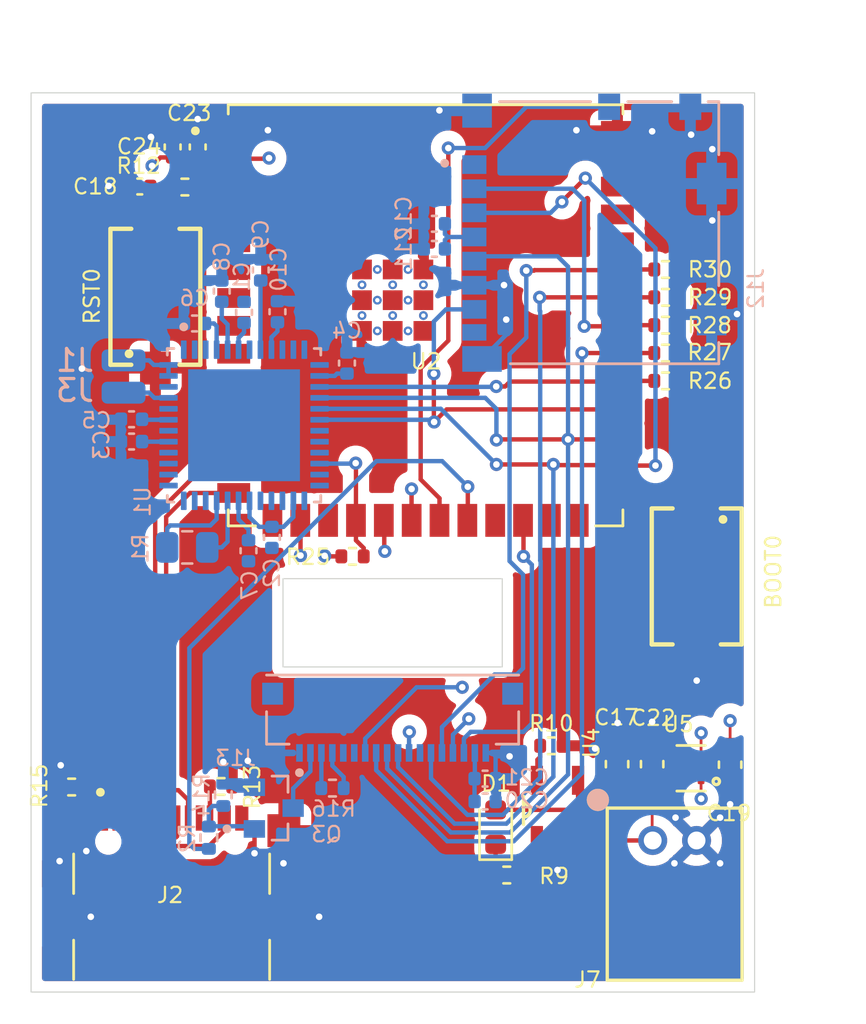
<source format=kicad_pcb>
(kicad_pcb (version 20241229) (generator "pcbnew") (generator_version "9.0")
  (layers (0 "F.Cu" signal) (4 "In1.Cu" signal) (6 "In2.Cu" signal) (2 "B.Cu" signal) (13 "F.Paste" user) (15 "B.Paste" user) (5 "F.SilkS" user "F.Silkscreen") (7 "B.SilkS" user "B.Silkscreen") (1 "F.Mask" user) (3 "B.Mask" user) (25 "Edge.Cuts" user))
  (net 0 "")
  (net 1 "GND")
  (net 2 "/BOOT")
  (net 3 "/DVDD.1V8")
  (net 4 "/REF.1V8")
  (net 5 "/REF.2V5")
  (net 6 "/BIAS.CAP")
  (net 7 "/AVDD.REG")
  (net 8 "/BIAS.0")
  (net 9 "/ZERO.0")
  (net 10 "+3V3")
  (net 11 "+BATT")
  (net 12 "/MCU.RST")
  (net 13 "Net-(D1-K)")
  (net 14 "+5V")
  (net 15 "/WE")
  (net 16 "/RE")
  (net 17 "Net-(J2-CC1)")
  (net 18 "/DATA+")
  (net 20 "/DATA-")
  (net 22 "Net-(J2-CC2)")
  (net 23 "/MISO")
  (net 24 "/CS.SD")
  (net 26 "/SW1")
  (net 27 "/SCLK")
  (net 29 "/MOSI")
  (net 30 "/DC")
  (net 31 "/CTP_SDA")
  (net 32 "Net-(J13-Pad3)")
  (net 33 "/CTP_SCL")
  (net 34 "/SCREEN.RST")
  (net 35 "/K")
  (net 36 "/CS.SCREEN")
  (net 37 "/CTP_INT")
  (net 38 "/CTP_RST")
  (net 39 "Net-(Q3-Pad1)")
  (net 40 "Net-(U1-RCAL1)")
  (net 41 "Net-(U1-RCAL0)")
  (net 42 "/ESP.PWM")
  (net 43 "Net-(U4-STAT)")
  (net 44 "Net-(U4-PROG)")
  (net 45 "/CS.AFE")
  (net 46 "/AFE.RST")
  (footprint "Capacitor_SMD:C_0402_1005Metric" (layer "F.Cu") (at 115.697 89.662 90)
    (property "Reference" "C24")
    (property "Value" "1uF")
  )
  (footprint "Resistor_SMD:R_0402_1005Metric" (layer "F.Cu") (at 138.176 99.06)
    (property "Reference" "R27")
    (property "Value" "4.7k")
  )
  (footprint "Resistor_SMD:R_0402_1005Metric" (layer "F.Cu") (at 138.176 100.33)
    (property "Reference" "R26")
    (property "Value" "4.7k")
  )
  (footprint "NCP186AMX330TAG:PSON40P160X120X45-9N" (layer "F.Cu") (at 139.3422 117.9926 180)
    (property "Reference" "U5")
    (property "Value" "NCP186AMX330TAG")
  )
  (footprint "Resistor_SMD:R_0402_1005Metric" (layer "F.Cu") (at 138.176 96.52)
    (property "Reference" "R29")
    (property "Value" "4.7k")
  )
  (footprint "Capacitor_SMD:C_0603_1608Metric" (layer "F.Cu") (at 137.5664 117.8052 90)
    (property "Reference" "C22")
    (property "Value" "1uF")
  )
  (footprint "LED_SMD:LED_0603_1608Metric" (layer "F.Cu") (at 130.429 120.6754 90)
    (property "Reference" "D1")
    (property "Value" "LED")
  )
  (footprint "Capacitor_SMD:C_0603_1608Metric" (layer "F.Cu") (at 141.1224 117.8306 -90)
    (property "Reference" "C19")
    (property "Value" "1uF")
  )
  (footprint "Resistor_SMD:R_0402_1005Metric" (layer "F.Cu") (at 123.9012 108.331 180)
    (property "Reference" "R25")
    (property "Value" "10k")
  )
  (footprint "Resistor_SMD:R_0402_1005Metric" (layer "F.Cu") (at 138.176 97.79)
    (property "Reference" "R28")
    (property "Value" "4.7k")
  )
  (footprint "Capacitor_SMD:C_0402_1005Metric" (layer "F.Cu") (at 114.1984 91.4654 180)
    (property "Reference" "C18")
    (property "Value" "10uF")
  )
  (footprint "Resistor_SMD:R_0402_1005Metric" (layer "F.Cu") (at 130.937 122.8598)
    (property "Reference" "R9")
    (property "Value" "4.7k")
  )
  (footprint "Capacitor_SMD:C_0402_1005Metric" (layer "F.Cu") (at 116.84 89.662 90)
    (property "Reference" "C23")
    (property "Value" "1uF")
  )
  (footprint "434121025816:434121025816" (layer "F.Cu") (at 114.9096 96.4946 90)
    (property "Reference" "RST0")
    (property "Value" "B3U-1100PM")
  )
  (footprint "ESP32_S3_WROOM_1U_N16R8:XCVR_ESP32-S3-WROOM-1U-N16R8" (layer "F.Cu") (at 127.233 97.34)
    (property "Reference" "U2")
    (property "Value" "ESP32-S3-WROOM-1U-N16R8")
  )
  (footprint "Resistor_SMD:R_0402_1005Metric" (layer "F.Cu") (at 138.176 95.25)
    (property "Reference" "R30")
    (property "Value" "4.7k")
  )
  (footprint "Resistor_SMD:R_0402_1005Metric" (layer "F.Cu") (at 111.091364 118.8478 180)
    (property "Reference" "R15")
    (property "Value" "5.1k")
  )
  (footprint "434121025816:434121025816" (layer "F.Cu") (at 139.5984 109.2454 -90)
    (property "Reference" "BOOT0")
    (property "Value" "B3U-1100PM")
  )
  (footprint "Resistor_SMD:R_0402_1005Metric" (layer "F.Cu") (at 117.906364 118.8224)
    (property "Reference" "R13")
    (property "Value" "5.1k")
  )
  (footprint "MCP73831T-2DCI_OT:SOT95P270X145-5N" (layer "F.Cu") (at 133.2484 119.9134 90)
    (property "Reference" "U4")
    (property "Value" "MCP73831T-2DCI_OT")
  )
  (footprint "GSB1C41110SSHR:AMPHENOL_GSB1C41110SSHR" (layer "F.Cu") (at 115.651364 123.942)
    (property "Reference" "J2")
    (property "Value" "GSB1C41110SSHR")
  )
  (footprint "Resistor_SMD:R_0402_1005Metric" (layer "F.Cu") (at 132.969 116.967 180)
    (property "Reference" "R10")
    (property "Value" "4.7k")
  )
  (footprint "Capacitor_SMD:C_0603_1608Metric" (layer "F.Cu") (at 135.9662 117.8052 90)
    (property "Reference" "C17")
    (property "Value" "10uF")
  )
  (footprint "S2B_PH_K_S_LF__SN_:CONN_S2B-PH-K-S_JST" (layer "F.Cu") (at 137.5918 121.285)
    (property "Reference" "J7")
    (property "Value" "Conn_01x02_Socket")
  )
  (footprint "Resistor_SMD:R_0402_1005Metric" (layer "F.Cu") (at 116.2558 91.4908)
    (property "Reference" "R12")
    (property "Value" "10k")
  )
  (footprint "Resistor_SMD:R_0402_1005Metric" (layer "B.Cu") (at 118.0084 119.2032 90)
    (property "Reference" "R14")
    (property "Value" "100k")
  )
  (footprint "Capacitor_SMD:C_0402_1005Metric" (layer "B.Cu") (at 113.8228 102.0801 180)
    (property "Reference" "C5")
    (property "Value" "4.7u")
  )
  (footprint "Connector_Wire:SolderWirePad_1x01_SMD_1x2mm" (layer "B.Cu") (at 113.4578 99.3942 90)
    (property "Reference" "J1")
    (property "Value" "Conn_01x01_Socket")
  )
  (footprint "Capacitor_SMD:C_0402_1005Metric" (layer "B.Cu") (at 118.9536 97.2033 90)
    (property "Reference" "C1")
    (property "Value" "100n")
  )
  (footprint "Capacitor_SMD:C_0402_1005Metric" (layer "B.Cu") (at 119.1568 108.0745 -90)
    (property "Reference" "C7")
    (property "Value" "470n")
  )
  (footprint "AD5941BCPZ:QFN50P700X700X80-49N" (layer "B.Cu") (at 118.9536 102.3526 -90)
    (property "Reference" "U1")
    (property "Value" "AD5941BCPZ")
  )
  (footprint "Capacitor_SMD:C_0402_1005Metric" (layer "B.Cu") (at 123.6472 99.5172 90)
    (property "Reference" "C4")
    (property "Value" "470n")
  )
  (footprint "Capacitor_SMD:C_0402_1005Metric" (layer "B.Cu") (at 119.7156 95.2729 90)
    (property "Reference" "C9")
    (property "Value" "100n")
  )
  (footprint "Connector_Wire:SolderWirePad_1x01_SMD_1x2mm" (layer "B.Cu") (at 113.4578 100.8674 90)
    (property "Reference" "J3")
    (property "Value" "Conn_01x01_Socket")
  )
  (footprint "Resistor_SMD:R_0402_1005Metric" (layer "B.Cu") (at 122.9868 118.8974 180)
    (property "Reference" "R16")
    (property "Value" "10R")
  )
  (footprint "IRLML6344TRPBF:TRANS_IRLML6344TRPBF" (layer "B.Cu") (at 120.3087 119.8088)
    (property "Reference" "Q3")
    (property "Value" "IRLML6344TRPBF")
  )
  (footprint "104031-0811:MOLEX_104031-0811" (layer "B.Cu") (at 134.9072 93.5736 90)
    (property "Reference" "J12")
    (property "Value" "104031-0811")
  )
  (footprint "Resistor_SMD:R_0402_1005Metric" (layer "B.Cu") (at 117.348 121.158 90)
    (property "Reference" "R2")
    (property "Value" "100R")
  )
  (footprint "Capacitor_SMD:C_0402_1005Metric" (layer "B.Cu") (at 127.6342 93.1676 180)
    (property "Reference" "C12")
    (property "Value" "100nF")
  )
  (footprint "Capacitor_SMD:C_0402_1005Metric" (layer "B.Cu") (at 127.6342 94.3106 180)
    (property "Reference" "C11")
    (property "Value" "10uF")
  )
  (footprint "Capacitor_SMD:C_0402_1005Metric" (layer "B.Cu") (at 113.8228 103.0961 180)
    (property "Reference" "C3")
    (property "Value" "100n")
  )
  (footprint "Capacitor_SMD:C_0402_1005Metric" (layer "B.Cu") (at 120.2236 107.4649 -90)
    (property "Reference" "C2")
    (property "Value" "100n")
  )
  (footprint "10051922-1810ELF:AMPHENOL_10051922-1810ELF" (layer "B.Cu") (at 125.73 115.443)
    (property "Reference" "J13")
    (property "Value" "10051922-1810ELF")
  )
  (footprint "Capacitor_SMD:C_0402_1005Metric" (layer "B.Cu") (at 129.9464 118.4656)
    (property "Reference" "C21")
    (property "Value" "0.1uF")
  )
  (footprint "Resistor_SMD:R_0805_2012Metric" (layer "B.Cu") (at 116.3628 107.9221 180)
    (property "Reference" "R1")
    (property "Value" "10k")
  )
  (footprint "Capacitor_SMD:C_0402_1005Metric" (layer "B.Cu") (at 116.6956 97.7113 180)
    (property "Reference" "C6")
    (property "Value" "470n")
  )
  (footprint "Capacitor_SMD:C_0402_1005Metric" (layer "B.Cu") (at 120.4776 97.1753 90)
    (property "Reference" "C10")
    (property "Value" "100n")
  )
  (footprint "Capacitor_SMD:C_0402_1005Metric" (layer "B.Cu") (at 117.9376 96.2381 90)
    (property "Reference" "C8")
    (property "Value" "470n")
  )
  (footprint "Capacitor_SMD:C_0402_1005Metric" (layer "B.Cu") (at 129.949 119.507)
    (property "Reference" "C20")
    (property "Value" "4.7uF")
  )
  (gr_rect (start 120.73 109.347) (end 130.73 113.3724) (stroke (width 0.05)) (fill no) (layer "Edge.Cuts"))
  (gr_rect (start 109.24 87.196) (end 142.24 128.196) (stroke (width 0.05)) (fill no) (layer "Edge.Cuts"))
  (segment (start 116.8426 89.1794) (end 116.84 89.182) (width 0.2) (layer "F.Cu") (net 1))
  (segment (start 137.5664 117.0302) (end 137.5664 115.8748) (width 0.127) (layer "F.Cu") (net 1))
  (segment (start 122.375 124.767) (end 122.3772 124.7648) (width 0.2) (layer "F.Cu") (net 1))
  (segment (start 133.2484 121.285) (end 133.2484 122.6312) (width 0.2) (layer "F.Cu") (net 1))
  (segment (start 110.531364 120.837) (end 110.531364 122.215364) (width 0.2) (layer "F.Cu") (net 1))
  (segment (start 139.6238 121.285) (end 140.6652 122.3264) (width 0.2) (layer "F.Cu") (net 1))
  (segment (start 117.2718 89.1794) (end 116.8426 89.1794) (width 0.2) (layer "F.Cu") (net 1))
  (segment (start 114.883 99.7712) (end 111.5568 99.7712) (width 0.2) (layer "F.Cu") (net 1))
  (segment (start 139.591801 121.202201) (end 138.6332 120.2436) (width 0.2) (layer "F.Cu") (net 1))
  (segment (start 138.163 117.0302) (end 137.5664 117.0302) (width 0.127) (layer "F.Cu") (net 1))
  (segment (start 141.1224 118.6056) (end 141.1224 119.634) (width 0.2) (layer "F.Cu") (net 1))
  (segment (start 120.0104 88.93) (end 120.0404 88.9) (width 0.2) (layer "F.Cu") (net 1))
  (segment (start 114.9096 99.7446) (end 114.883 99.7712) (width 0.2) (layer "F.Cu") (net 1))
  (segment (start 120.771364 124.767) (end 122.375 124.767) (width 0.2) (layer "F.Cu") (net 1))
  (segment (start 139.5984 112.4954) (end 139.5984 113.9952) (width 0.2) (layer "F.Cu") (net 1))
  (segment (start 138.5254 117.3926) (end 138.163 117.0302) (width 0.127) (layer "F.Cu") (net 1))
  (segment (start 118.851364 120.262) (end 119.4308 120.841436) (width 0.2) (layer "F.Cu") (net 1))
  (segment (start 118.4628 88.9342) (end 117.517 88.9342) (width 0.2) (layer "F.Cu") (net 1))
  (segment (start 135.9662 115.951) (end 135.9916 115.9256) (width 0.127) (layer "F.Cu") (net 1))
  (segment (start 110.531364 124.767) (end 111.961 124.767) (width 0.2) (layer "F.Cu") (net 1))
  (segment (start 111.961 124.767) (end 111.9632 124.7648) (width 0.2) (layer "F.Cu") (net 1))
  (segment (start 137.5456 88.93) (end 137.5664 88.9508) (width 0.2) (layer "F.Cu") (net 1))
  (segment (start 116.84 89.182) (end 115.6462 89.182) (width 0.2) (layer "F.Cu") (net 1))
  (segment (start 134.839 116.967) (end 134.966 117.094) (width 0.2) (layer "F.Cu") (net 1))
  (segment (start 117.517 88.9342) (end 117.2718 89.1794) (width 0.2) (layer "F.Cu") (net 1))
  (segment (start 112.451364 120.262) (end 111.76 120.953364) (width 0.2) (layer "F.Cu") (net 1))
  (segment (start 135.9662 117.0302) (end 135.9662 115.951) (width 0.127) (layer "F.Cu") (net 1))
  (segment (start 135.983 88.93) (end 134.142 88.93) (width 0.2) (layer "F.Cu") (net 1))
  (segment (start 135.983 88.93) (end 137.5456 88.93) (width 0.2) (layer "F.Cu") (net 1))
  (segment (start 110.581364 118.8478) (end 110.581364 117.866236) (width 0.2) (layer "F.Cu") (net 1))
  (segment (start 113.7184 91.4654) (end 112.8014 91.4654) (width 0.2) (layer "F.Cu") (net 1))
  (segment (start 114.7292 89.182) (end 114.7064 89.2048) (width 0.2) (layer "F.Cu") (net 1))
  (segment (start 134.142 88.93) (end 134.112 88.9) (width 0.2) (layer "F.Cu") (net 1))
  (segment (start 139.6238 121.285) (end 140.6652 120.2436) (width 0.2) (layer "F.Cu") (net 1))
  (segment (start 118.483 88.93) (end 120.0104 88.93) (width 0.2) (layer "F.Cu") (net 1))
  (segment (start 110.531364 122.215364) (end 110.5408 122.2248) (width 0.2) (layer "F.Cu") (net 1))
  (segment (start 135.9662 117.0302) (end 137.5664 117.0302) (width 0.127) (layer "F.Cu") (net 1))
  (segment (start 110.581364 117.866236) (end 110.5916 117.856) (width 0.2) (layer "F.Cu") (net 1))
  (segment (start 139.591801 121.285) (end 139.591801 121.316999) (width 0.2) (layer "F.Cu") (net 1))
  (segment (start 116.84 89.182) (end 116.84 88.392) (width 0.2) (layer "F.Cu") (net 1))
  (segment (start 120.771364 122.306636) (end 120.7516 122.3264) (width 0.2) (layer "F.Cu") (net 1))
  (segment (start 138.8872 117.3926) (end 138.5254 117.3926) (width 0.127) (layer "F.Cu") (net 1))
  (segment (start 133.479 116.967) (end 134.839 116.967) (width 0.2) (layer "F.Cu") (net 1))
  (segment (start 119.4308 120.841436) (end 119.4308 121.8692) (width 0.2) (layer "F.Cu") (net 1))
  (segment (start 139.591801 121.285) (end 139.6238 121.285) (width 0.2) (layer "F.Cu") (net 1))
  (segment (start 139.591801 121.285) (end 139.591801 121.202201) (width 0.2) (layer "F.Cu") (net 1))
  (segment (start 115.697 89.182) (end 114.7292 89.182) (width 0.2) (layer "F.Cu") (net 1))
  (segment (start 112.8014 91.4654) (end 112.776 91.44) (width 0.2) (layer "F.Cu") (net 1))
  (segment (start 111.76 120.953364) (end 111.76 121.7676) (width 0.2) (layer "F.Cu") (net 1))
  (segment (start 139.591801 121.316999) (end 138.5824 122.3264) (width 0.2) (layer "F.Cu") (net 1))
  (segment (start 120.771364 120.837) (end 120.771364 122.306636) (width 0.2) (layer "F.Cu") (net 1))
  (via (at 140.6652 122.3264) (size 0.6) (drill 0.3) (layers "F.Cu" "B.Cu") (net 1))
  (via (at 111.5568 99.7712) (size 0.6) (drill 0.3) (layers "F.Cu" "B.Cu") (net 1))
  (via (at 122.3772 124.7648) (size 0.6) (drill 0.3) (layers "F.Cu" "B.Cu") (net 1))
  (via (at 110.5916 117.856) (size 0.6) (drill 0.3) (layers "F.Cu" "B.Cu") (net 1))
  (via (at 131.064 117.4496) (size 0.6) (drill 0.3) (layers "F.Cu" "B.Cu") (net 1))
  (via (at 111.76 121.7676) (size 0.6) (drill 0.3) (layers "F.Cu" "B.Cu") (net 1))
  (via (at 137.5664 115.8748) (size 0.6) (drill 0.3) (layers "F.Cu" "B.Cu") (net 1))
  (via (at 139.5984 113.9952) (size 0.6) (drill 0.3) (layers "F.Cu" "B.Cu") (net 1))
  (via (at 119.4308 121.8692) (size 0.6) (drill 0.3) (layers "F.Cu" "B.Cu") (net 1))
  (via (at 120.7516 122.3264) (size 0.6) (drill 0.3) (layers "F.Cu" "B.Cu") (net 1))
  (via (at 110.5408 122.2248) (size 0.6) (drill 0.3) (layers "F.Cu" "B.Cu") (net 1))
  (via (at 135.9916 115.9256) (size 0.6) (drill 0.3) (layers "F.Cu" "B.Cu") (net 1))
  (via (at 138.6332 120.2436) (size 0.6) (drill 0.3) (layers "F.Cu" "B.Cu") (net 1))
  (via (at 130.9116 97.536) (size 0.6) (drill 0.3) (layers "F.Cu" "B.Cu") (net 1))
  (via (at 137.5664 88.9508) (size 0.6) (drill 0.3) (layers "F.Cu" "B.Cu") (net 1))
  (via (at 140.3096 93.0148) (size 0.6) (drill 0.3) (layers "F.Cu" "B.Cu") (net 1))
  (via (at 140.6652 120.2436) (size 0.6) (drill 0.3) (layers "F.Cu" "B.Cu") (net 1))
  (via (at 141.1224 119.634) (size 0.6) (drill 0.3) (layers "F.Cu" "B.Cu") (net 1))
  (via (at 127.8636 87.996) (size 0.6) (drill 0.3) (layers "F.Cu" "B.Cu") (net 1))
  (via (at 139.3444 89.1032) (size 0.6) (drill 0.3) (layers "F.Cu" "B.Cu") (net 1))
  (via (at 118.0084 117.7036) (size 0.6) (drill 0.3) (layers "F.Cu" "B.Cu") (net 1))
  (via (at 114.7064 89.2048) (size 0.6) (drill 0.3) (layers "F.Cu" "B.Cu") (net 1))
  (via (at 134.112 88.9) (size 0.6) (drill 0.3) (layers "F.Cu" "B.Cu") (net 1))
  (via (at 134.966 117.094) (size 0.6) (drill 0.3) (layers "F.Cu" "B.Cu") (net 1))
  (via (at 112.776 91.44) (size 0.6) (drill 0.3) (layers "F.Cu" "B.Cu") (net 1))
  (via (at 140.3096 89.7636) (size 0.6) (drill 0.3) (layers "F.Cu" "B.Cu") (net 1))
  (via (at 111.9632 124.7648) (size 0.6) (drill 0.3) (layers "F.Cu" "B.Cu") (net 1))
  (via (at 116.84 88.392) (size 0.6) (drill 0.3) (layers "F.Cu" "B.Cu") (net 1))
  (via (at 133.2484 122.6312) (size 0.6) (drill 0.3) (layers "F.Cu" "B.Cu") (net 1))
  (via (at 130.81 95.9612) (size 0.6) (drill 0.3) (layers "F.Cu" "B.Cu") (net 1))
  (via (at 119.126 117.6528) (size 0.6) (drill 0.3) (layers "F.Cu" "B.Cu") (net 1))
  (via (at 141.44 97.282) (size 0.6) (drill 0.3) (layers "F.Cu" "B.Cu") (net 1))
  (via (at 120.0404 88.9) (size 0.6) (drill 0.3) (layers "F.Cu" "B.Cu") (net 1))
  (via (at 138.5824 122.3264) (size 0.6) (drill 0.3) (layers "F.Cu" "B.Cu") (net 1))
  (segment (start 131.0614 117.447) (end 131.064 117.4496) (width 0.2) (layer "B.Cu") (net 1))
  (segment (start 139.3072 87.8336) (end 139.3072 89.066) (width 0.2) (layer "B.Cu") (net 1))
  (segment (start 130.8026 95.9686) (end 130.81 95.9612) (width 0.2) (layer "B.Cu") (net 1))
  (segment (start 130.4264 117.447) (end 131.0614 117.447) (width 0.2) (layer "B.Cu") (net 1))
  (segment (start 140.2822 89.791) (end 140.3096 89.7636) (width 0.2) (layer "B.Cu") (net 1))
  (segment (start 129.5822 88.0086) (end 127.8762 88.0086) (width 0.2) (layer "B.Cu") (net 1))
  (segment (start 140.2822 97.3036) (end 141.4184 97.3036) (width 0.2) (layer "B.Cu") (net 1))
  (segment (start 130.2724 117.293) (end 130.4264 117.447) (width 0.2) (layer "B.Cu") (net 1))
  (segment (start 129.98 117.293) (end 130.2724 117.293) (width 0.2) (layer "B.Cu") (net 1))
  (segment (start 130.4264 118.4656) (end 130.4264 119.5044) (width 0.2) (layer "B.Cu") (net 1))
  (segment (start 130.9116 98.2242) (end 130.9116 97.536) (width 0.2) (layer "B.Cu") (net 1))
  (segment (start 119.4237 118.8588) (end 119.4237 117.9505) (width 0.2) (layer "B.Cu") (net 1))
  (segment (start 140.2822 92.9874) (end 140.3096 93.0148) (width 0.2) (layer "B.Cu") (net 1))
  (segment (start 119.4237 117.9505) (end 119.126 117.6528) (width 0.2) (layer "B.Cu") (net 1))
  (segment (start 129.4572 95.9686) (end 130.8026 95.9686) (width 0.2) (layer "B.Cu") (net 1))
  (segment (start 140.2822 91.3336) (end 140.2822 92.9874) (width 0.2) (layer "B.Cu") (net 1))
  (segment (start 127.8762 88.0086) (end 127.8636 87.996) (width 0.2) (layer "B.Cu") (net 1))
  (segment (start 129.8072 99.3286) (end 130.9116 98.2242) (width 0.2) (layer "B.Cu") (net 1))
  (segment (start 141.4184 97.3036) (end 141.44 97.282) (width 0.2) (layer "B.Cu") (net 1))
  (segment (start 118.0084 118.6932) (end 118.0084 117.7036) (width 0.2) (layer "B.Cu") (net 1))
  (segment (start 140.2822 91.3336) (end 140.2822 89.791) (width 0.2) (layer "B.Cu") (net 1))
  (segment (start 130.4264 119.5044) (end 130.429 119.507) (width 0.2) (layer "B.Cu") (net 1))
  (segment (start 130.4264 117.447) (end 130.4264 118.4656) (width 0.2) (layer "B.Cu") (net 1))
  (segment (start 139.3072 89.066) (end 139.3444 89.1032) (width 0.2) (layer "B.Cu") (net 1))
  (segment (start 135.9628 105.4442) (end 137.7022 105.4442) (width 0.2) (layer "F.Cu") (net 2))
  (segment (start 138.2534 105.9954) (end 139.5984 105.9954) (width 0.2) (layer "F.Cu") (net 2))
  (segment (start 137.7022 105.4442) (end 138.2534 105.9954) (width 0.2) (layer "F.Cu") (net 2))
  (segment (start 123.0884 100.1026) (end 123.1938 99.9972) (width 0.2) (layer "B.Cu") (net 3))
  (segment (start 122.3986 100.1026) (end 123.0884 100.1026) (width 0.2) (layer "B.Cu") (net 3))
  (segment (start 123.1938 99.9972) (end 123.6472 99.9972) (width 0.2) (layer "B.Cu") (net 3))
  (segment (start 114.3253 102.1026) (end 114.3028 102.0801) (width 0.2) (layer "B.Cu") (net 4))
  (segment (start 115.5086 102.1026) (end 114.3253 102.1026) (width 0.2) (layer "B.Cu") (net 4))
  (segment (start 117.7036 97.8329) (end 117.7036 98.9076) (width 0.2) (layer "B.Cu") (net 5))
  (segment (start 117.1756 97.7113) (end 117.582 97.7113) (width 0.2) (layer "B.Cu") (net 5))
  (segment (start 117.582 97.7113) (end 117.7036 97.8329) (width 0.2) (layer "B.Cu") (net 5))
  (segment (start 118.7036 105.7976) (end 118.7036 106.6561) (width 0.2) (layer "B.Cu") (net 6))
  (segment (start 119.1568 107.1093) (end 119.1568 107.5945) (width 0.2) (layer "B.Cu") (net 6))
  (segment (start 118.7036 106.6561) (end 119.1568 107.1093) (width 0.2) (layer "B.Cu") (net 6))
  (segment (start 118.2036 97.7601) (end 117.9376 97.4941) (width 0.2) (layer "B.Cu") (net 7))
  (segment (start 118.2036 98.9076) (end 118.2036 97.7601) (width 0.2) (layer "B.Cu") (net 7))
  (segment (start 117.9376 97.4941) (end 117.9376 96.7181) (width 0.2) (layer "B.Cu") (net 7))
  (segment (start 119.7036 95.7649) (end 119.7156 95.7529) (width 0.2) (layer "B.Cu") (net 8))
  (segment (start 119.7036 98.9076) (end 119.7036 95.7649) (width 0.2) (layer "B.Cu") (net 8))
  (segment (start 120.4776 98.0669) (end 120.2036 98.3409) (width 0.2) (layer "B.Cu") (net 9))
  (segment (start 120.4776 97.6553) (end 120.4776 98.0669) (width 0.2) (layer "B.Cu") (net 9))
  (segment (start 120.2036 98.3409) (end 120.2036 98.9076) (width 0.2) (layer "B.Cu") (net 9))
  (segment (start 140.01638 117.3926) (end 139.7972 117.3926) (width 0.127) (layer "F.Cu") (net 10))
  (segment (start 115.697 90.142) (end 116.84 90.142) (width 0.2) (layer "F.Cu") (net 10))
  (segment (start 139.7972 118.1926) (end 139.7972 118.5926) (width 0.127) (layer "F.Cu") (net 10))
  (segment (start 139.7972 118.1926) (end 140.01638 118.1926) (width 0.127) (layer "F.Cu") (net 10))
  (segment (start 140.2167 117.99228) (end 140.2167 117.59292) (width 0.127) (layer "F.Cu") (net 10))
  (segment (start 139.7972 117.3926) (end 139.7972 116.3872) (width 0.127) (layer "F.Cu") (net 10))
  (segment (start 115.7458 91.4908) (end 115.7458 90.1908) (width 0.2) (layer "F.Cu") (net 10))
  (segment (start 115.1408 90.142) (end 114.7572 90.5256) (width 0.2) (layer "F.Cu") (net 10))
  (segment (start 139.7972 116.3872) (end 139.8016 116.3828) (width 0.127) (layer "F.Cu") (net 10))
  (segment (start 116.9022 90.2042) (end 116.84 90.142) (width 0.2) (layer "F.Cu") (net 10))
  (segment (start 115.7458 90.1908) (end 115.697 90.142) (width 0.2) (layer "F.Cu") (net 10))
  (segment (start 118.483 90.2) (end 120.0612 90.2) (width 0.2) (layer "F.Cu") (net 10))
  (segment (start 123.3912 108.331) (end 122.6566 108.331) (width 0.2) (layer "F.Cu") (net 10))
  (segment (start 118.4628 90.2042) (end 116.9022 90.2042) (width 0.2) (layer "F.Cu") (net 10))
  (segment (start 139.7972 119.3756) (end 139.8016 119.38) (width 0.127) (layer "F.Cu") (net 10))
  (segment (start 122.6566 108.331) (end 122.6312 108.3056) (width 0.2) (layer "F.Cu") (net 10))
  (segment (start 140.4496 117.0556) (end 141.1224 117.0556) (width 0.127) (layer "F.Cu") (net 10))
  (segment (start 140.2167 117.7036) (end 140.2167 117.2885) (width 0.127) (layer "F.Cu") (net 10))
  (segment (start 140.14069 117.51691) (end 140.01638 117.3926) (width 0.127) (layer "F.Cu") (net 10))
  (segment (start 140.2167 117.2885) (end 140.4496 117.0556) (width 0.127) (layer "F.Cu") (net 10))
  (segment (start 141.1224 117.0556) (end 141.1224 115.824) (width 0.127) (layer "F.Cu") (net 10))
  (segment (start 140.01638 118.1926) (end 140.2167 117.99228) (width 0.127) (layer "F.Cu") (net 10))
  (segment (start 120.0612 90.2) (end 120.0912 90.17) (width 0.2) (layer "F.Cu") (net 10))
  (segment (start 139.7972 118.5926) (end 139.7972 119.3756) (width 0.127) (layer "F.Cu") (net 10))
  (segment (start 115.697 90.142) (end 115.1408 90.142) (width 0.2) (layer "F.Cu") (net 10))
  (segment (start 140.2167 117.59292) (end 140.14069 117.51691) (width 0.127) (layer "F.Cu") (net 10))
  (via (at 122.6312 108.3056) (size 0.6) (drill 0.3) (layers "F.Cu" "B.Cu") (net 10))
  (via (at 114.7572 90.5256) (size 0.6) (drill 0.3) (layers "F.Cu" "B.Cu") (net 10))
  (via (at 139.8016 119.38) (size 0.6) (drill 0.3) (layers "F.Cu" "B.Cu") (net 10))
  (via (at 141.1224 115.824) (size 0.6) (drill 0.3) (layers "F.Cu" "B.Cu") (net 10))
  (via (at 139.8016 116.3828) (size 0.6) (drill 0.3) (layers "F.Cu" "B.Cu") (net 10))
  (via (at 120.0912 90.17) (size 0.6) (drill 0.3) (layers "F.Cu" "B.Cu") (net 10))
  (segment (start 129.4664 119.5044) (end 129.469 119.507) (width 0.2) (layer "B.Cu") (net 10))
  (segment (start 129.48 118.452) (end 129.4664 118.4656) (width 0.2) (layer "B.Cu") (net 10))
  (segment (start 115.5086 103.1026) (end 114.3093 103.1026) (width 0.2) (layer "B.Cu") (net 10))
  (segment (start 118.7036 98.9076) (end 118.7036 98.3677) (width 0.2) (layer "B.Cu") (net 10))
  (segment (start 114.3093 103.1026) (end 114.3028 103.0961) (width 0.2) (layer "B.Cu") (net 10))
  (segment (start 119.642 106.9849) (end 120.2236 106.9849) (width 0.2) (layer "B.Cu") (net 10))
  (segment (start 129.48 117.293) (end 129.48 118.452) (width 0.2) (layer "B.Cu") (net 10))
  (segment (start 123.4968 118.3914) (end 123.4968 118.8974) (width 0.2) (layer "B.Cu") (net 10))
  (segment (start 128.1142 93.9042) (end 128.1142 94.3106) (width 0.2) (layer "B.Cu") (net 10))
  (segment (start 118.9536 98.1177) (end 118.9536 97.6833) (width 0.2) (layer "B.Cu") (net 10))
  (segment (start 122.98 117.8746) (end 123.4968 118.3914) (width 0.2) (layer "B.Cu") (net 10))
  (segment (start 119.2036 105.7976) (end 119.2036 106.5465) (width 0.2) (layer "B.Cu") (net 10))
  (segment (start 118.7036 98.3677) (end 118.9536 98.1177) (width 0.2) (layer "B.Cu") (net 10))
  (segment (start 128.2498 93.7686) (end 128.1142 93.633) (width 0.2) (layer "B.Cu") (net 10))
  (segment (start 128.1142 93.633) (end 128.1142 93.1676) (width 0.2) (layer "B.Cu") (net 10))
  (segment (start 128.2498 93.7686) (end 128.1142 93.9042) (width 0.2) (layer "B.Cu") (net 10))
  (segment (start 119.2036 106.5465) (end 119.642 106.9849) (width 0.2) (layer "B.Cu") (net 10))
  (segment (start 121.2036 105.7976) (end 121.2036 106.5357) (width 0.2) (layer "B.Cu") (net 10))
  (segment (start 128.6562 93.7686) (end 128.2498 93.7686) (width 0.2) (layer "B.Cu") (net 10))
  (segment (start 121.2036 106.5357) (end 120.7544 106.9849) (width 0.2) (layer "B.Cu") (net 10))
  (segment (start 120.7544 106.9849) (end 120.2236 106.9849) (width 0.2) (layer "B.Cu") (net 10))
  (segment (start 129.4572 93.7686) (end 128.6562 93.7686) (width 0.2) (layer "B.Cu") (net 10))
  (segment (start 129.4664 118.4656) (end 129.4664 119.5044) (width 0.2) (layer "B.Cu") (net 10))
  (segment (start 122.98 117.293) (end 122.98 117.8746) (width 0.2) (layer "B.Cu") (net 10))
  (segment (start 138.8872 117.7926) (end 138.8872 118.1926) (width 0.127) (layer "F.Cu") (net 11))
  (segment (start 137.5664 118.5802) (end 135.9662 118.5802) (width 0.127) (layer "F.Cu") (net 11))
  (segment (start 138.8872 118.1926) (end 138.8872 118.5926) (width 0.127) (layer "F.Cu") (net 11))
  (segment (start 137.5664 121.2596) (end 137.5918 121.285) (width 0.127) (layer "F.Cu") (net 11))
  (segment (start 137.5788 118.5926) (end 137.5664 118.5802) (width 0.127) (layer "F.Cu") (net 11))
  (segment (start 138.8872 118.5926) (end 137.5788 118.5926) (width 0.127) (layer "F.Cu") (net 11))
  (segment (start 137.5664 118.5802) (end 137.5664 121.2596) (width 0.127) (layer "F.Cu") (net 11))
  (segment (start 134.1882 121.285) (end 137.5918 121.285) (width 0.2) (layer "F.Cu") (net 11))
  (segment (start 116.7658 91.4908) (end 118.4462 91.4908) (width 0.2) (layer "F.Cu") (net 12))
  (segment (start 118.4462 91.4908) (end 118.4628 91.4742) (width 0.2) (layer "F.Cu") (net 12))
  (segment (start 116.7658 92.5556) (end 116.7658 91.4908) (width 0.2) (layer "F.Cu") (net 12))
  (segment (start 116.0768 93.2446) (end 116.7658 92.5556) (width 0.2) (layer "F.Cu") (net 12))
  (segment (start 114.9096 93.2446) (end 116.0768 93.2446) (width 0.2) (layer "F.Cu") (net 12))
  (segment (start 114.6784 93.0134) (end 114.9096 93.2446) (width 0.2) (layer "F.Cu") (net 12))
  (segment (start 114.6784 91.4654) (end 114.6784 93.0134) (width 0.2) (layer "F.Cu") (net 12))
  (segment (start 130.427 122.8598) (end 130.427 121.4649) (width 0.2) (layer "F.Cu") (net 13))
  (segment (start 130.427 121.4649) (end 130.429 121.4629) (width 0.2) (layer "F.Cu") (net 13))
  (segment (start 117.348 121.539) (end 118.051364 120.835636) (width 0.2) (layer "F.Cu") (net 14))
  (segment (start 118.051364 120.835636) (end 118.051364 120.262) (width 0.2) (layer "F.Cu") (net 14))
  (segment (start 134.1882 119.5578) (end 133.8581 119.8879) (width 0.2) (layer "F.Cu") (net 14))
  (segment (start 133.8581 119.8879) (end 130.429 119.8879) (width 0.2) (layer "F.Cu") (net 14))
  (segment (start 134.1882 118.5418) (end 134.1882 119.5578) (width 0.2) (layer "F.Cu") (net 14))
  (segment (start 113.251364 120.262) (end 113.251364 120.835634) (width 0.2) (layer "F.Cu") (net 14))
  (segment (start 113.95473 121.539) (end 117.348 121.539) (width 0.2) (layer "F.Cu") (net 14))
  (segment (start 113.251364 120.835634) (end 113.95473 121.539) (width 0.2) (layer "F.Cu") (net 14))
  (segment (start 115.5086 101.1026) (end 114.8614 101.1026) (width 0.2) (layer "B.Cu") (net 15))
  (segment (start 114.6262 100.8674) (end 113.4578 100.8674) (width 0.2) (layer "B.Cu") (net 15))
  (segment (start 114.8614 101.1026) (end 114.6262 100.8674) (width 0.2) (layer "B.Cu") (net 15))
  (segment (start 114.6262 99.3942) (end 113.4578 99.3942) (width 0.2) (layer "B.Cu") (net 16))
  (segment (start 115.5086 99.6026) (end 114.8346 99.6026) (width 0.2) (layer "B.Cu") (net 16))
  (segment (start 114.8346 99.6026) (end 114.6262 99.3942) (width 0.2) (layer "B.Cu") (net 16))
  (segment (start 115.5086 100.1026) (end 115.5086 99.6026) (width 0.2) (layer "B.Cu") (net 16))
  (segment (start 112.488364 119.246) (end 112.090164 118.8478) (width 0.2) (layer "F.Cu") (net 17))
  (segment (start 112.090164 118.8478) (end 111.601364 118.8478) (width 0.2) (layer "F.Cu") (net 17))
  (segment (start 114.212364 119.246) (end 112.488364 119.246) (width 0.2) (layer "F.Cu") (net 17))
  (segment (start 114.401364 119.435) (end 114.212364 119.246) (width 0.2) (layer "F.Cu") (net 17))
  (segment (start 114.401364 120.262) (end 114.401364 119.435) (width 0.2) (layer "F.Cu") (net 17))
  (segment (start 115.401364 118.992) (end 115.401364 106.526736) (width 0.2) (layer "F.Cu") (net 18))
  (segment (start 116.4881 105.44) (end 118.483 105.44) (width 0.2) (layer "F.Cu") (net 18))
  (segment (start 115.401364 106.526736) (end 116.4881 105.44) (width 0.2) (layer "F.Cu") (net 18))
  (segment (start 115.958364 118.992) (end 115.401364 118.992) (width 0.2) (layer "F.Cu") (net 18))
  (segment (start 115.401364 120.262) (end 115.401364 118.992) (width 0.2) (layer "F.Cu") (net 18))
  (segment (start 116.401364 119.435) (end 115.958364 118.992) (width 0.2) (layer "F.Cu") (net 18))
  (segment (start 116.401364 120.262) (end 116.401364 119.435) (width 0.2) (layer "F.Cu") (net 18))
  (segment (start 114.901364 121.024) (end 114.901364 120.262) (width 0.2) (layer "F.Cu") (net 20))
  (segment (start 115.852364 121.138) (end 115.015364 121.138) (width 0.2) (layer "F.Cu") (net 20))
  (segment (start 114.901364 120.262) (end 114.901364 106.459636) (width 0.2) (layer "F.Cu") (net 20))
  (segment (start 114.901364 106.459636) (end 117.191 104.17) (width 0.2) (layer "F.Cu") (net 20))
  (segment (start 115.901364 120.262) (end 115.901364 121.089) (width 0.2) (layer "F.Cu") (net 20))
  (segment (start 115.015364 121.138) (end 114.901364 121.024) (width 0.2) (layer "F.Cu") (net 20))
  (segment (start 117.191 104.17) (end 118.483 104.17) (width 0.2) (layer "F.Cu") (net 20))
  (segment (start 115.901364 121.089) (end 115.852364 121.138) (width 0.2) (layer "F.Cu") (net 20))
  (segment (start 117.396364 118.8224) (end 117.396364 120.257) (width 0.2) (layer "F.Cu") (net 22))
  (segment (start 117.396364 120.257) (end 117.401364 120.262) (width 0.2) (layer "F.Cu") (net 22))
  (segment (start 127.621935 102.2026) (end 128.194535 101.63) (width 0.2) (layer "F.Cu") (net 23))
  (segment (start 127.6096 102.190265) (end 127.621935 102.2026) (width 0.2) (layer "F.Cu") (net 23))
  (segment (start 128.194535 101.63) (end 135.983 101.63) (width 0.2) (layer "F.Cu") (net 23))
  (segment (start 127.6096 100.0026) (end 127.6096 102.190265) (width 0.2) (layer "F.Cu") (net 23))
  (via (at 127.6096 100.0026) (size 0.6) (drill 0.3) (layers "F.Cu" "B.Cu") (net 23))
  (via (at 127.621935 102.2026) (size 0.6) (drill 0.3) (layers "F.Cu" "B.Cu") (net 23))
  (segment (start 122.3986 102.1026) (end 127.521935 102.1026) (width 0.2) (layer "B.Cu") (net 23))
  (segment (start 127.6096 97.623674) (end 127.6096 100.0026) (width 0.2) (layer "B.Cu") (net 23))
  (segment (start 128.164674 97.0686) (end 127.6096 97.623674) (width 0.2) (layer "B.Cu") (net 23))
  (segment (start 129.4572 97.0686) (end 128.164674 97.0686) (width 0.2) (layer "B.Cu") (net 23))
  (segment (start 127.521935 102.1026) (end 127.621935 102.2026) (width 0.2) (layer "B.Cu") (net 23))
  (segment (start 135.9622 97.8408) (end 135.983 97.82) (width 0.2) (layer "F.Cu") (net 24))
  (segment (start 137.666 97.79) (end 136.013 97.79) (width 0.2) (layer "F.Cu") (net 24))
  (segment (start 134.4676 97.8408) (end 135.9622 97.8408) (width 0.2) (layer "F.Cu") (net 24))
  (segment (start 136.013 97.79) (end 135.983 97.82) (width 0.2) (layer "F.Cu") (net 24))
  (via (at 134.4676 97.8408) (size 0.6) (drill 0.3) (layers "F.Cu" "B.Cu") (net 24))
  (segment (start 133.9358 91.5686) (end 134.4676 92.1004) (width 0.2) (layer "B.Cu") (net 24))
  (segment (start 134.4676 92.1004) (end 134.4676 97.8408) (width 0.2) (layer "B.Cu") (net 24))
  (segment (start 129.4572 91.5686) (end 133.9358 91.5686) (width 0.2) (layer "B.Cu") (net 24))
  (segment (start 127.0086 99.753657) (end 127.0086 104.822657) (width 0.2) (layer "F.Cu") (net 26))
  (segment (start 127.0086 104.822657) (end 127.868 105.682057) (width 0.2) (layer "F.Cu") (net 26))
  (segment (start 128.27 89.7128) (end 128.27 98.492257) (width 0.2) (layer "F.Cu") (net 26))
  (segment (start 128.27 98.492257) (end 127.0086 99.753657) (width 0.2) (layer "F.Cu") (net 26))
  (segment (start 127.868 105.682057) (end 127.868 106.69) (width 0.2) (layer "F.Cu") (net 26))
  (via (at 128.27 89.7128) (size 0.6) (drill 0.3) (layers "F.Cu" "B.Cu") (net 26))
  (segment (start 129.9464 89.7128) (end 128.27 89.7128) (width 0.2) (layer "B.Cu") (net 26))
  (segment (start 131.8256 87.8336) (end 129.9464 89.7128) (width 0.2) (layer "B.Cu") (net 26))
  (segment (start 135.6072 87.8336) (end 131.8256 87.8336) (width 0.2) (layer "B.Cu") (net 26))
  (segment (start 133.731 102.997) (end 135.886 102.997) (width 0.2) (layer "F.Cu") (net 27))
  (segment (start 130.464 103.0224) (end 130.4894 102.997) (width 0.2) (layer "F.Cu") (net 27))
  (segment (start 130.4894 102.997) (end 133.731 102.997) (width 0.2) (layer "F.Cu") (net 27))
  (segment (start 135.886 102.997) (end 135.983 102.9) (width 0.2) (layer "F.Cu") (net 27))
  (via (at 130.464 103.0224) (size 0.6) (drill 0.3) (layers "F.Cu" "B.Cu") (net 27))
  (via (at 133.731 102.997) (size 0.6) (drill 0.3) (layers "F.Cu" "B.Cu") (net 27))
  (segment (start 125.48 118.0121) (end 128.3879 120.92) (width 0.2) (layer "B.Cu") (net 27))
  (segment (start 125.48 117.293) (end 125.48 118.0121) (width 0.2) (layer "B.Cu") (net 27))
  (segment (start 122.3986 101.1026) (end 129.957 101.1026) (width 0.2) (layer "B.Cu") (net 27))
  (segment (start 133.257 94.649) (end 133.731 95.123) (width 0.2) (layer "B.Cu") (net 27))
  (segment (start 129.6768 94.649) (end 133.257 94.649) (width 0.2) (layer "B.Cu") (net 27))
  (segment (start 129.957 101.1026) (end 130.464 101.6096) (width 0.2) (layer "B.Cu") (net 27))
  (segment (start 130.464 101.6096) (end 130.464 103.0224) (width 0.2) (layer "B.Cu") (net 27))
  (segment (start 129.4572 94.8686) (end 129.6768 94.649) (width 0.2) (layer "B.Cu") (net 27))
  (segment (start 128.3879 120.92) (end 131.08775 120.92) (width 0.2) (layer "B.Cu") (net 27))
  (segment (start 131.08775 120.92) (end 133.731 118.27675) (width 0.2) (layer "B.Cu") (net 27))
  (segment (start 133.731 95.123) (end 133.731 102.997) (width 0.2) (layer "B.Cu") (net 27))
  (segment (start 133.731 118.27675) (end 133.731 102.997) (width 0.2) (layer "B.Cu") (net 27))
  (segment (start 133.4516 92.1512) (end 134.5184 91.0844) (width 0.2) (layer "F.Cu") (net 29))
  (segment (start 137.7188 104.1908) (end 136.0038 104.1908) (width 0.2) (layer "F.Cu") (net 29))
  (segment (start 136.0038 104.1908) (end 135.983 104.17) (width 0.2) (layer "F.Cu") (net 29))
  (segment (start 130.464 104.14) (end 133.061 104.14) (width 0.2) (layer "F.Cu") (net 29))
  (segment (start 133.061 104.14) (end 133.091 104.17) (width 0.2) (layer "F.Cu") (net 29))
  (segment (start 133.4516 92.1686) (end 133.4516 92.1512) (width 0.2) (layer "F.Cu") (net 29))
  (segment (start 133.091 104.17) (end 135.983 104.17) (width 0.2) (layer "F.Cu") (net 29))
  (via (at 137.7188 104.1908) (size 0.6) (drill 0.3) (layers "F.Cu" "B.Cu") (net 29))
  (via (at 133.061 104.14) (size 0.6) (drill 0.3) (layers "F.Cu" "B.Cu") (net 29))
  (via (at 130.464 104.14) (size 0.6) (drill 0.3) (layers "F.Cu" "B.Cu") (net 29))
  (via (at 134.5184 91.0844) (size 0.6) (drill 0.3) (layers "F.Cu" "B.Cu") (net 29))
  (via (at 133.4516 92.1686) (size 0.6) (drill 0.3) (layers "F.Cu" "B.Cu") (net 29))
  (segment (start 128.554 120.519) (end 130.92165 120.519) (width 0.2) (layer "B.Cu") (net 29))
  (segment (start 127.9266 101.6026) (end 130.464 104.14) (width 0.2) (layer "B.Cu") (net 29))
  (segment (start 137.7188 94.2848) (end 137.7188 104.1908) (width 0.2) (layer "B.Cu") (net 29))
  (segment (start 125.98 117.293) (end 125.98 117.945) (width 0.2) (layer "B.Cu") (net 29))
  (segment (start 133.4342 92.1686) (end 133.4516 92.1686) (width 0.2) (layer "B.Cu") (net 29))
  (segment (start 130.92165 120.519) (end 133.061 118.37965) (width 0.2) (layer "B.Cu") (net 29))
  (segment (start 133.061 118.37965) (end 133.061 104.14) (width 0.2) (layer "B.Cu") (net 29))
  (segment (start 129.4572 92.6686) (end 132.9342 92.6686) (width 0.2) (layer "B.Cu") (net 29))
  (segment (start 134.5184 91.0844) (end 137.7188 94.2848) (width 0.2) (layer "B.Cu") (net 29))
  (segment (start 132.9342 92.6686) (end 133.4342 92.1686) (width 0.2) (layer "B.Cu") (net 29))
  (segment (start 125.98 117.945) (end 128.554 120.519) (width 0.2) (layer "B.Cu") (net 29))
  (segment (start 122.3986 101.6026) (end 127.9266 101.6026) (width 0.2) (layer "B.Cu") (net 29))
  (segment (start 126.5936 105.2576) (end 126.5936 106.6856) (width 0.2) (layer "F.Cu") (net 30))
  (segment (start 126.5936 106.6856) (end 126.598 106.69) (width 0.2) (layer "F.Cu") (net 30))
  (via (at 128.905 114.3) (size 0.6) (drill 0.3) (layers "F.Cu" "B.Cu") (net 30))
  (via (at 126.5936 105.2576) (size 0.6) (drill 0.3) (layers "F.Cu" "B.Cu") (net 30))
  (segment (start 124.48 117.293) (end 124.48 116.641) (width 0.2) (layer "B.Cu") (net 30))
  (segment (start 124.48 116.641) (end 126.821 114.3) (width 0.2) (layer "B.Cu") (net 30))
  (segment (start 126.821 114.3) (end 128.905 114.3) (width 0.2) (layer "B.Cu") (net 30))
  (segment (start 137.666 95.25) (end 136.013 95.25) (width 0.2) (layer "F.Cu") (net 31))
  (segment (start 132.2024 95.28) (end 135.983 95.28) (width 0.2) (layer "F.Cu") (net 31))
  (segment (start 136.013 95.25) (end 135.983 95.28) (width 0.2) (layer "F.Cu") (net 31))
  (segment (start 132.1816 95.3008) (end 132.2024 95.28) (width 0.2) (layer "F.Cu") (net 31))
  (segment (start 131.826 95.3008) (end 132.1816 95.3008) (width 0.2) (layer "F.Cu") (net 31))
  (via (at 131.826 95.3008) (size 0.6) (drill 0.3) (layers "F.Cu" "B.Cu") (net 31))
  (segment (start 131.064 108.545943) (end 131.064 99.4156) (width 0.2) (layer "B.Cu") (net 31))
  (segment (start 130.3746 113.7194) (end 131.3906 113.7194) (width 0.2) (layer "B.Cu") (net 31))
  (segment (start 127.98 116.114) (end 130.3746 113.7194) (width 0.2) (layer "B.Cu") (net 31))
  (segment (start 131.064 99.4156) (end 131.064 99.1108) (width 0.2) (layer "B.Cu") (net 31))
  (segment (start 131.679 109.160943) (end 131.064 108.545943) (width 0.2) (layer "B.Cu") (net 31))
  (segment (start 127.98 117.293) (end 127.98 116.114) (width 0.2) (layer "B.Cu") (net 31))
  (segment (start 131.679 113.431) (end 131.679 109.160943) (width 0.2) (layer "B.Cu") (net 31))
  (segment (start 131.064 99.1108) (end 131.826 98.3488) (width 0.2) (layer "B.Cu") (net 31))
  (segment (start 131.826 98.3488) (end 131.826 95.3008) (width 0.2) (layer "B.Cu") (net 31))
  (segment (start 131.3906 113.7194) (end 131.679 113.431) (width 0.2) (layer "B.Cu") (net 31))
  (segment (start 122.48 118.8942) (end 122.4768 118.8974) (width 0.2) (layer "B.Cu") (net 32))
  (segment (start 122.48 117.293) (end 122.48 118.8942) (width 0.2) (layer "B.Cu") (net 32))
  (segment (start 132.4356 96.52) (end 135.953 96.52) (width 0.2) (layer "F.Cu") (net 33))
  (segment (start 136.013 96.52) (end 135.983 96.55) (width 0.2) (layer "F.Cu") (net 33))
  (segment (start 135.953 96.52) (end 135.983 96.55) (width 0.2) (layer "F.Cu") (net 33))
  (segment (start 137.666 96.52) (end 136.013 96.52) (width 0.2) (layer "F.Cu") (net 33))
  (via (at 132.4356 96.52) (size 0.6) (drill 0.3) (layers "F.Cu" "B.Cu") (net 33))
  (segment (start 132.461 97.155) (end 132.461 108.5259) (width 0.2) (layer "B.Cu") (net 33))
  (segment (start 132.461 116.1371) (end 132.461 118.41255) (width 0.2) (layer "B.Cu") (net 33))
  (segment (start 132.481 116.1171) (end 132.461 116.1371) (width 0.2) (layer "B.Cu") (net 33))
  (segment (start 127.48 118.45555) (end 127.48 117.293) (width 0.2) (layer "B.Cu") (net 33))
  (segment (start 132.461 118.41255) (end 130.75555 120.118) (width 0.2) (layer "B.Cu") (net 33))
  (segment (start 132.461 108.5259) (end 132.481 108.5459) (width 0.2) (layer "B.Cu") (net 33))
  (segment (start 132.481 108.5459) (end 132.481 116.1171) (width 0.2) (layer "B.Cu") (net 33))
  (segment (start 129.14245 120.118) (end 127.48 118.45555) (width 0.2) (layer "B.Cu") (net 33))
  (segment (start 132.4356 96.52) (end 132.4356 97.1296) (width 0.2) (layer "B.Cu") (net 33))
  (segment (start 130.75555 120.118) (end 129.14245 120.118) (width 0.2) (layer "B.Cu") (net 33))
  (segment (start 132.4356 97.1296) (end 132.461 97.155) (width 0.2) (layer "B.Cu") (net 33))
  (segment (start 125.3744 108.1024) (end 125.349 108.077) (width 0.2) (layer "F.Cu") (net 34))
  (segment (start 125.349 106.711) (end 125.328 106.69) (width 0.2) (layer "F.Cu") (net 34))
  (segment (start 125.349 108.077) (end 125.349 106.711) (width 0.2) (layer "F.Cu") (net 34))
  (via (at 125.3744 108.1024) (size 0.6) (drill 0.3) (layers "F.Cu" "B.Cu") (net 34))
  (via (at 126.492 116.337972) (size 0.6) (drill 0.3) (layers "F.Cu" "B.Cu") (net 34))
  (segment (start 126.48 116.349972) (end 126.492 116.337972) (width 0.2) (layer "B.Cu") (net 34))
  (segment (start 126.48 117.293) (end 126.48 116.349972) (width 0.2) (layer "B.Cu") (net 34))
  (segment (start 121.98 118.1262) (end 121.1937 118.9125) (width 0.2) (layer "B.Cu") (net 35))
  (segment (start 121.1937 118.9125) (end 121.1937 119.8088) (width 0.2) (layer "B.Cu") (net 35))
  (segment (start 121.98 117.293) (end 121.98 118.1262) (width 0.2) (layer "B.Cu") (net 35))
  (segment (start 137.666 99.06) (end 136.013 99.06) (width 0.2) (layer "F.Cu") (net 36))
  (segment (start 134.366 99.06) (end 135.953 99.06) (width 0.2) (layer "F.Cu") (net 36))
  (segment (start 136.013 99.06) (end 135.983 99.09) (width 0.2) (layer "F.Cu") (net 36))
  (segment (start 135.953 99.06) (end 135.983 99.09) (width 0.2) (layer "F.Cu") (net 36))
  (via (at 134.366 99.06) (size 0.6) (drill 0.3) (layers "F.Cu" "B.Cu") (net 36))
  (segment (start 134.366 118.20885) (end 134.366 99.06) (width 0.2) (layer "B.Cu") (net 36))
  (segment (start 124.98 117.293) (end 124.98 118.0792) (width 0.2) (layer "B.Cu") (net 36))
  (segment (start 124.98 118.0792) (end 128.2218 121.321) (width 0.2) (layer "B.Cu") (net 36))
  (segment (start 128.2218 121.321) (end 131.25385 121.321) (width 0.2) (layer "B.Cu") (net 36))
  (segment (start 131.25385 121.321) (end 134.366 118.20885) (width 0.2) (layer "B.Cu") (net 36))
  (segment (start 131.699 106.711) (end 131.678 106.69) (width 0.2) (layer "F.Cu") (net 37))
  (segment (start 131.699 108.331) (end 131.699 106.711) (width 0.2) (layer "F.Cu") (net 37))
  (via (at 131.699 108.331) (size 0.6) (drill 0.3) (layers "F.Cu" "B.Cu") (net 37))
  (segment (start 132.08 115.951) (end 132.08 108.712) (width 0.2) (layer "B.Cu") (net 37))
  (segment (start 129.289 116.332) (end 131.699 116.332) (width 0.2) (layer "B.Cu") (net 37))
  (segment (start 128.98 116.641) (end 129.289 116.332) (width 0.2) (layer "B.Cu") (net 37))
  (segment (start 132.08 108.712) (end 131.699 108.331) (width 0.2) (layer "B.Cu") (net 37))
  (segment (start 131.699 116.332) (end 132.08 115.951) (width 0.2) (layer "B.Cu") (net 37))
  (segment (start 128.98 117.293) (end 128.98 116.641) (width 0.2) (layer "B.Cu") (net 37))
  (segment (start 121.528586 108.293) (end 121.528586 106.700586) (width 0.2) (layer "F.Cu") (net 38))
  (segment (start 121.528586 106.700586) (end 121.518 106.69) (width 0.2) (layer "F.Cu") (net 38))
  (via (at 129.204556 115.737972) (size 0.6) (drill 0.3) (layers "F.Cu" "B.Cu") (net 38))
  (via (at 121.528586 108.293) (size 0.6) (drill 0.3) (layers "F.Cu" "B.Cu") (net 38))
  (segment (start 128.48 117.293) (end 128.48 116.462528) (width 0.2) (layer "B.Cu") (net 38))
  (segment (start 128.48 116.462528) (end 129.204556 115.737972) (width 0.2) (layer "B.Cu") (net 38))
  (segment (start 117.348 119.888) (end 117.348 120.648) (width 0.2) (layer "B.Cu") (net 39))
  (segment (start 117.5228 119.7132) (end 117.348 119.888) (width 0.2) (layer "B.Cu") (net 39))
  (segment (start 119.3009 120.636) (end 119.4237 120.7588) (width 0.2) (layer "B.Cu") (net 39))
  (segment (start 117.36 120.636) (end 119.3009 120.636) (width 0.2) (layer "B.Cu") (net 39))
  (segment (start 118.0084 119.7132) (end 117.5228 119.7132) (width 0.2) (layer "B.Cu") (net 39))
  (segment (start 117.348 120.648) (end 117.36 120.636) (width 0.2) (layer "B.Cu") (net 39))
  (segment (start 115.5858 106.9211) (end 115.4503 107.0566) (width 0.2) (layer "B.Cu") (net 40))
  (segment (start 117.4146 106.9211) (end 115.5858 106.9211) (width 0.2) (layer "B.Cu") (net 40))
  (segment (start 117.7036 105.7976) (end 117.7036 106.6321) (width 0.2) (layer "B.Cu") (net 40))
  (segment (start 115.4503 107.0566) (end 115.4503 107.9221) (width 0.2) (layer "B.Cu") (net 40))
  (segment (start 117.7036 106.6321) (end 117.4146 106.9211) (width 0.2) (layer "B.Cu") (net 40))
  (segment (start 118.2036 105.7976) (end 118.2036 107.6561) (width 0.2) (layer "B.Cu") (net 41))
  (segment (start 117.9376 107.9221) (end 117.2753 107.9221) (width 0.2) (layer "B.Cu") (net 41))
  (segment (start 118.2036 107.6561) (end 117.9376 107.9221) (width 0.2) (layer "B.Cu") (net 41))
  (segment (start 129.159 105.156) (end 129.159 106.669) (width 0.2) (layer "F.Cu") (net 42))
  (segment (start 129.159 106.669) (end 129.138 106.69) (width 0.2) (layer "F.Cu") (net 42))
  (via (at 129.159 105.156) (size 0.6) (drill 0.3) (layers "F.Cu" "B.Cu") (net 42))
  (segment (start 116.6896 121.668) (end 116.459 121.4374) (width 0.2) (layer "B.Cu") (net 42))
  (segment (start 116.459 121.4374) (end 116.459 112.514058) (width 0.2) (layer "B.Cu") (net 42))
  (segment (start 116.459 112.514058) (end 124.985458 103.9876) (width 0.2) (layer "B.Cu") (net 42))
  (segment (start 117.348 121.668) (end 116.6896 121.668) (width 0.2) (layer "B.Cu") (net 42))
  (segment (start 127.9906 103.9876) (end 129.159 105.156) (width 0.2) (layer "B.Cu") (net 42))
  (segment (start 124.985458 103.9876) (end 127.9906 103.9876) (width 0.2) (layer "B.Cu") (net 42))
  (segment (start 132.3086 122.6058) (end 132.3086 121.285) (width 0.2) (layer "F.Cu") (net 43))
  (segment (start 131.447 122.8598) (end 132.0546 122.8598) (width 0.2) (layer "F.Cu") (net 43))
  (segment (start 132.0546 122.8598) (end 132.3086 122.6058) (width 0.2) (layer "F.Cu") (net 43))
  (segment (start 132.334 117.602) (end 132.334 118.5164) (width 0.2) (layer "F.Cu") (net 44))
  (segment (start 132.334 118.5164) (end 132.3086 118.5418) (width 0.2) (layer "F.Cu") (net 44))
  (segment (start 132.459 117.477) (end 132.334 117.602) (width 0.2) (layer "F.Cu") (net 44))
  (segment (start 132.459 116.967) (end 132.459 117.477) (width 0.2) (layer "F.Cu") (net 44))
  (segment (start 130.8608 100.584) (end 131.0848 100.36) (width 0.2) (layer "F.Cu") (net 45))
  (segment (start 136.013 100.33) (end 135.983 100.36) (width 0.2) (layer "F.Cu") (net 45))
  (segment (start 131.0848 100.36) (end 135.983 100.36) (width 0.2) (layer "F.Cu") (net 45))
  (segment (start 137.666 100.33) (end 136.013 100.33) (width 0.2) (layer "F.Cu") (net 45))
  (segment (start 130.4544 100.584) (end 130.8608 100.584) (width 0.2) (layer "F.Cu") (net 45))
  (via (at 130.4544 100.584) (size 0.6) (drill 0.3) (layers "F.Cu" "B.Cu") (net 45))
  (segment (start 130.4358 100.6026) (end 130.4544 100.584) (width 0.2) (layer "B.Cu") (net 45))
  (segment (start 122.3986 100.6026) (end 130.4358 100.6026) (width 0.2) (layer "B.Cu") (net 45))
  (segment (start 124.058 107.5988) (end 124.058 106.69) (width 0.2) (layer "F.Cu") (net 46))
  (segment (start 124.4112 107.952) (end 124.058 107.5988) (width 0.2) (layer "F.Cu") (net 46))
  (segment (start 124.044464 104.080064) (end 124.058 104.0936) (width 0.2) (layer "F.Cu") (net 46))
  (segment (start 124.058 104.0936) (end 124.058 106.69) (width 0.2) (layer "F.Cu") (net 46))
  (segment (start 124.4112 108.331) (end 124.4112 107.952) (width 0.2) (layer "F.Cu") (net 46))
  (via (at 124.044464 104.080064) (size 0.6) (drill 0.3) (layers "F.Cu" "B.Cu") (net 46))
  (segment (start 124.021928 104.1026) (end 124.044464 104.080064) (width 0.2) (layer "B.Cu") (net 46))
  (segment (start 122.3986 104.1026) (end 124.021928 104.1026) (width 0.2) (layer "B.Cu") (net 46))
  (zone (net 1) (net_name "GND") (layers "F.Cu" "B.Cu" "In2.Cu") (connect_pads (clearance 0.5)) (min_thickness 0.25) (fill yes (thermal_gap 0.5) (thermal_bridge_width 0.5))
    (polygon (pts (xy 108.712 86.614) (xy 143.002 86.614) (xy 143.002 128.905) (xy 108.712 129.032)))
  )
)
</source>
